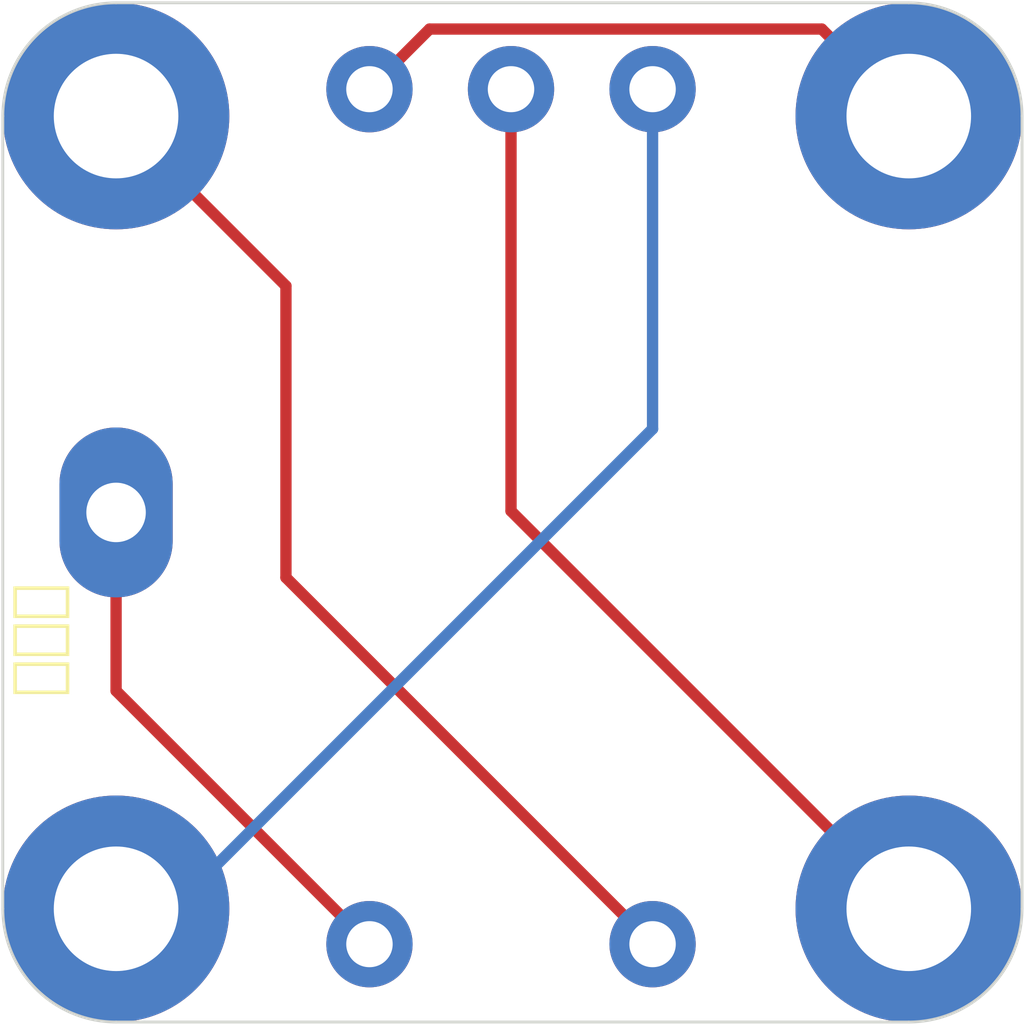
<source format=kicad_pcb>
(kicad_pcb (version 20240108) (generator "pcbnew") (generator_version "8.0")
  (layers (0 "F.Cu" signal) (31 "B.Cu" signal) (34 "B.Paste" user) (35 "F.Paste" user) (36 "B.SilkS" user "B.Silkscreen") (37 "F.SilkS" user "F.Silkscreen") (38 "B.Mask" user) (39 "F.Mask" user) (44 "Edge.Cuts" user))
  (net 0 "")
  (net 1 "Net-(J1-Pin_1)")
  (net 2 "Net-(J2-Pin_1)")
  (net 3 "Net-(J3-Pin_1)")
  (net 4 "Net-(J4-Pin_1)")
  (net 5 "Net-(J5-Pin_1)")
  (footprint "CKW12:my_mount_hole_M2_pad" (layer "F.Cu") (at 122 107)
    (property "Reference" "J3")
    (property "Value" "Conn_01x01_Pin" (hide yes))
    (pad "" thru_hole circle (at 0 0) (size 4 4) (drill 2.2) (layers "*.Cu" "*.Mask") (net 3 "Net-(J3-Pin_1)"))
  )
  (footprint "CKW12:CKW12" (layer "F.Cu") (at 129 100 180)
    (property "Reference" "SW21" (hide yes))
    (property "Value" "CKW12" (hide yes))
    (pad "1" thru_hole circle (at 2.525 -7.625 180) (size 1.524 1.524) (drill oval 0.82 0.8128) (layers "*.Cu" "*.Mask") (net 5 "Net-(J5-Pin_1)"))
    (pad "2" thru_hole circle (at -2.475 -7.625 180) (size 1.524 1.524) (drill oval 0.82 0.8128) (layers "*.Cu" "*.Mask") (net 4 "Net-(J4-Pin_1)"))
    (pad "A" thru_hole circle (at -2.475 7.475 180) (size 1.524 1.524) (drill oval 0.82 0.8128) (layers "*.Cu" "*.Mask") (net 3 "Net-(J3-Pin_1)"))
    (pad "B" thru_hole circle (at 2.525 7.475 180) (size 1.524 1.524) (drill oval 0.82 0.8128) (layers "*.Cu" "*.Mask") (net 1 "Net-(J1-Pin_1)"))
    (pad "C" thru_hole circle (at 0.025 7.475 180) (size 1.524 1.524) (drill oval 0.82 0.8128) (layers "*.Cu" "*.Mask") (net 2 "Net-(J2-Pin_1)"))
  )
  (footprint "CKW12:my_mount_hole_M2_pad" (layer "F.Cu") (at 122 93)
    (property "Reference" "J4")
    (property "Value" "Conn_01x01_Pin" (hide yes))
    (pad "" thru_hole circle (at 0 0) (size 4 4) (drill 2.2) (layers "*.Cu" "*.Mask") (net 4 "Net-(J4-Pin_1)"))
  )
  (footprint "CKW12:my_mount_hole_M2_pad" (layer "F.Cu") (at 136 93)
    (property "Reference" "J1")
    (property "Value" "Conn_01x01_Pin" (hide yes))
    (pad "" thru_hole circle (at 0 0) (size 4 4) (drill 2.2) (layers "*.Cu" "*.Mask") (net 1 "Net-(J1-Pin_1)"))
  )
  (footprint "CKW12:my_mount_hole_M2_pad" (layer "F.Cu") (at 136 107)
    (property "Reference" "J2")
    (property "Value" "Conn_01x01_Pin" (hide yes))
    (pad "" thru_hole circle (at 0 0) (size 4 4) (drill 2.2) (layers "*.Cu" "*.Mask") (net 2 "Net-(J2-Pin_1)"))
  )
  (footprint "TestPoint:TestPoint_Pad_D2.0mm" (layer "B.Cu") (at 122 100 90)
    (property "Reference" "J5" (hide yes))
    (property "Value" "Conn_01x01_Pin" (hide yes))
    (pad "1" thru_hole oval (at 0 0 90) (size 3 2) (drill 1.05) (layers "*.Cu" "*.Mask") (net 5 "Net-(J5-Pin_1)"))
  )
  (gr_line (start 138 93) (end 138 107) (stroke (width 0.05)) (layer "Edge.Cuts"))
  (gr_arc (start 120 93) (mid 120.585786 91.585786) (end 122 91) (stroke (width 0.05)) (layer "Edge.Cuts"))
  (gr_line (start 120 107) (end 120 93) (stroke (width 0.05)) (layer "Edge.Cuts"))
  (gr_arc (start 138 107) (mid 137.414214 108.414214) (end 136 109) (stroke (width 0.05)) (layer "Edge.Cuts"))
  (gr_arc (start 122 109) (mid 120.585786 108.414214) (end 120 107) (stroke (width 0.05)) (layer "Edge.Cuts"))
  (gr_line (start 122 91) (end 136 91) (stroke (width 0.05)) (layer "Edge.Cuts"))
  (gr_line (start 136 109) (end 122 109) (stroke (width 0.05)) (layer "Edge.Cuts"))
  (gr_arc (start 136 91) (mid 137.414214 91.585786) (end 138 93) (stroke (width 0.05)) (layer "Edge.Cuts"))
  (gr_text "オモテ" (at 120.25 101.25 270) (layer "F.SilkS") (effects (font (size 0.8 0.8) (thickness 0.1)) (justify left bottom)))
  (segment (start 134.463 91.463) (end 127.537 91.463) (width 0.2) (layer "F.Cu") (net 1))
  (segment (start 127.537 91.463) (end 126.475 92.525) (width 0.2) (layer "F.Cu") (net 1))
  (segment (start 136 93) (end 134.463 91.463) (width 0.2) (layer "F.Cu") (net 1))
  (segment (start 128.975 99.975) (end 128.975 92.525) (width 0.2) (layer "F.Cu") (net 2))
  (segment (start 136 107) (end 128.975 99.975) (width 0.2) (layer "F.Cu") (net 2))
  (segment (start 131.475 98.525) (end 131.475 92.525) (width 0.2) (layer "B.Cu") (net 3))
  (segment (start 122 105.5) (end 123.5 107) (width 0.2) (layer "B.Cu") (net 3))
  (segment (start 122 107) (end 122 105.5) (width 0.2) (layer "B.Cu") (net 3))
  (segment (start 123.5 107) (end 123.5 106.5) (width 0.2) (layer "B.Cu") (net 3))
  (segment (start 123.5 106.5) (end 131.475 98.525) (width 0.2) (layer "B.Cu") (net 3))
  (segment (start 131.475 107.625) (end 125 101.15) (width 0.2) (layer "F.Cu") (net 4))
  (segment (start 125 96) (end 122 93) (width 0.2) (layer "F.Cu") (net 4))
  (segment (start 125 101.15) (end 125 96) (width 0.2) (layer "F.Cu") (net 4))
  (segment (start 122 103.15) (end 126.475 107.625) (width 0.2) (layer "F.Cu") (net 5))
  (segment (start 122 100) (end 122 103.15) (width 0.2) (layer "F.Cu") (net 5))
)
</source>
